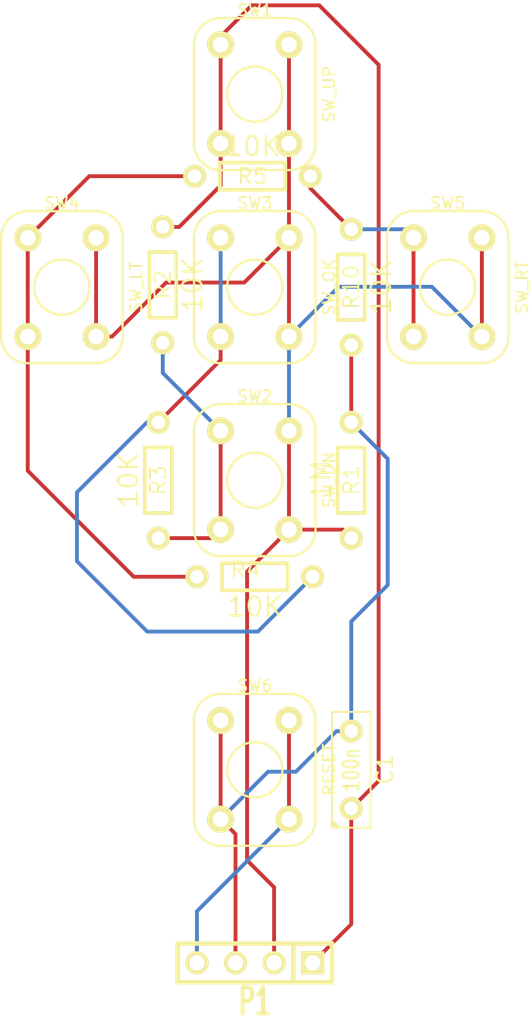
<source format=kicad_pcb>
(kicad_pcb (version 3) (host pcbnew "(2013-mar-13)-testing")

  (general
    (links 34)
    (no_connects 0)
    (area 186.169799 57.276999 221.488 124.4473)
    (thickness 1.6)
    (drawings 0)
    (tracks 73)
    (zones 0)
    (modules 14)
    (nets 9)
  )

  (page A4)
  (layers
    (15 F.Cu signal)
    (0 B.Cu signal)
    (16 B.Adhes user)
    (17 F.Adhes user)
    (18 B.Paste user)
    (19 F.Paste user)
    (20 B.SilkS user)
    (21 F.SilkS user)
    (22 B.Mask user)
    (23 F.Mask user)
    (24 Dwgs.User user)
    (25 Cmts.User user)
    (26 Eco1.User user)
    (27 Eco2.User user)
    (28 Edge.Cuts user)
  )

  (setup
    (last_trace_width 0.254)
    (trace_clearance 0.254)
    (zone_clearance 0.508)
    (zone_45_only no)
    (trace_min 0.254)
    (segment_width 0.2)
    (edge_width 0.1)
    (via_size 0.889)
    (via_drill 0.635)
    (via_min_size 0.889)
    (via_min_drill 0.508)
    (uvia_size 0.508)
    (uvia_drill 0.127)
    (uvias_allowed no)
    (uvia_min_size 0.508)
    (uvia_min_drill 0.127)
    (pcb_text_width 0.3)
    (pcb_text_size 1.5 1.5)
    (mod_edge_width 0.15)
    (mod_text_size 1 1)
    (mod_text_width 0.15)
    (pad_size 1.5 1.5)
    (pad_drill 0.6)
    (pad_to_mask_clearance 0)
    (aux_axis_origin 0 0)
    (visible_elements 7FFFFFFF)
    (pcbplotparams
      (layerselection 3178497)
      (usegerberextensions true)
      (excludeedgelayer true)
      (linewidth 0.150000)
      (plotframeref false)
      (viasonmask false)
      (mode 1)
      (useauxorigin false)
      (hpglpennumber 1)
      (hpglpenspeed 20)
      (hpglpendiameter 15)
      (hpglpenoverlay 2)
      (psnegative false)
      (psa4output false)
      (plotreference true)
      (plotvalue true)
      (plotothertext true)
      (plotinvisibletext false)
      (padsonsilk false)
      (subtractmaskfromsilk false)
      (outputformat 1)
      (mirror false)
      (drillshape 1)
      (scaleselection 1)
      (outputdirectory ""))
  )

  (net 0 "")
  (net 1 /PWR)
  (net 2 /RST)
  (net 3 /SW)
  (net 4 GND)
  (net 5 N-000001)
  (net 6 N-000002)
  (net 7 N-000003)
  (net 8 N-000004)

  (net_class Default "This is the default net class."
    (clearance 0.254)
    (trace_width 0.254)
    (via_dia 0.889)
    (via_drill 0.635)
    (uvia_dia 0.508)
    (uvia_drill 0.127)
    (add_net "")
    (add_net /PWR)
    (add_net /RST)
    (add_net /SW)
    (add_net GND)
    (add_net N-000001)
    (add_net N-000002)
    (add_net N-000003)
    (add_net N-000004)
  )

  (module C2 (layer F.Cu) (tedit 50DD7714) (tstamp 530747FA)
    (at 209.55 107.95 90)
    (descr "Condensateur = 2 pas")
    (tags C)
    (path /53063C03)
    (attr smd)
    (fp_text reference C1 (at 0 2.2098 90) (layer F.SilkS)
      (effects (font (size 1.016 1.016) (thickness 0.1524)))
    )
    (fp_text value 100n (at 0 0 90) (layer F.SilkS)
      (effects (font (size 1.016 0.762) (thickness 0.1524)))
    )
    (fp_line (start -3.81 -1.143) (end -3.683 -1.27) (layer F.SilkS) (width 0.127))
    (fp_line (start -3.81 -1.016) (end -3.556 -1.27) (layer F.SilkS) (width 0.127))
    (fp_line (start -3.81 -0.889) (end -3.429 -1.27) (layer F.SilkS) (width 0.127))
    (fp_line (start -3.302 -1.27) (end -3.81 -0.762) (layer F.SilkS) (width 0.127))
    (fp_line (start -3.81 0) (end -3.81 -1.27) (layer F.SilkS) (width 0.127))
    (fp_line (start -3.81 -1.27) (end 3.81 -1.27) (layer F.SilkS) (width 0.127))
    (fp_line (start 3.81 -1.27) (end 3.81 1.27) (layer F.SilkS) (width 0.127))
    (fp_line (start 3.81 1.27) (end -3.81 1.27) (layer F.SilkS) (width 0.127))
    (fp_line (start -3.81 1.27) (end -3.81 0) (layer F.SilkS) (width 0.127))
    (pad 2 thru_hole circle (at -2.54 0 90) (size 1.524 1.524) (drill 0.889)
      (layers *.Cu *.Mask F.SilkS)
      (net 1 /PWR)
    )
    (pad 1 thru_hole circle (at 2.54 0 90) (size 1.524 1.524) (drill 0.889)
      (layers *.Cu *.Mask F.SilkS)
      (net 4 GND)
    )
    (model "uControl_Libs/3D Modules/capa_2pas_5x5mm.wrl"
      (at (xyz 0 0 0))
      (scale (xyz 1 1 1))
      (rotate (xyz 0 0 0))
    )
  )

  (module SIL-4 (layer F.Cu) (tedit 50D8369E) (tstamp 53063CAE)
    (at 203.2 120.65 180)
    (descr "Connecteur 4 pibs")
    (tags "CONN DEV")
    (path /53040325)
    (attr smd)
    (fp_text reference P1 (at 0 -2.54 180) (layer F.SilkS)
      (effects (font (size 1.73482 1.08712) (thickness 0.27178)))
    )
    (fp_text value Buttons (at 0 -2.54 180) (layer F.SilkS) hide
      (effects (font (size 1.524 1.016) (thickness 0.254)))
    )
    (fp_line (start -5.08 -1.27) (end -5.08 -1.27) (layer F.SilkS) (width 0.3048))
    (fp_line (start -5.08 1.27) (end -5.08 -1.27) (layer F.SilkS) (width 0.3048))
    (fp_line (start -5.08 -1.27) (end -5.08 -1.27) (layer F.SilkS) (width 0.3048))
    (fp_line (start -5.08 -1.27) (end 5.08 -1.27) (layer F.SilkS) (width 0.3048))
    (fp_line (start 5.08 -1.27) (end 5.08 1.27) (layer F.SilkS) (width 0.3048))
    (fp_line (start 5.08 1.27) (end -5.08 1.27) (layer F.SilkS) (width 0.3048))
    (fp_line (start -2.54 1.27) (end -2.54 -1.27) (layer F.SilkS) (width 0.3048))
    (pad 1 thru_hole rect (at -3.81 0 180) (size 1.524 1.524) (drill 1.016)
      (layers *.Cu *.Mask F.SilkS)
      (net 1 /PWR)
    )
    (pad 2 thru_hole circle (at -1.27 0 180) (size 1.524 1.524) (drill 1.016)
      (layers *.Cu *.Mask F.SilkS)
      (net 3 /SW)
    )
    (pad 3 thru_hole circle (at 1.27 0 180) (size 1.524 1.524) (drill 1.016)
      (layers *.Cu *.Mask F.SilkS)
      (net 4 GND)
    )
    (pad 4 thru_hole circle (at 3.81 0 180) (size 1.524 1.524) (drill 1.016)
      (layers *.Cu *.Mask F.SilkS)
      (net 2 /RST)
    )
    (model "uControl_Libs/3D Modules/pin_strip_4.wrl"
      (at (xyz 0 0 0))
      (scale (xyz 1 1 1))
      (rotate (xyz 0 0 0))
    )
  )

  (module RC03 (layer F.Cu) (tedit 5307410E) (tstamp 5306DEF9)
    (at 209.55 88.9 270)
    (descr "Resistor, RC03")
    (tags R)
    (path /5303F9C3)
    (autoplace_cost180 10)
    (fp_text reference R1 (at 0 0 450) (layer F.SilkS)
      (effects (font (size 1.016 1.016) (thickness 0.127)))
    )
    (fp_text value 1M (at 0 1.9685 270) (layer F.SilkS)
      (effects (font (size 1.27 1.27) (thickness 0.1524)))
    )
    (fp_line (start -2.159 -0.889) (end -2.159 0.889) (layer F.SilkS) (width 0.254))
    (fp_line (start -2.159 0.889) (end 2.159 0.889) (layer F.SilkS) (width 0.254))
    (fp_line (start 2.159 0.889) (end 2.159 -0.889) (layer F.SilkS) (width 0.254))
    (fp_line (start 2.159 -0.889) (end -2.159 -0.889) (layer F.SilkS) (width 0.254))
    (pad 2 thru_hole circle (at -3.81 0 270) (size 1.524 1.524) (drill 0.889)
      (layers *.Cu *.Mask F.SilkS)
      (net 4 GND)
    )
    (pad 1 thru_hole circle (at 3.81 0 270) (size 1.524 1.524) (drill 0.889)
      (layers *.Cu *.Mask F.SilkS)
      (net 3 /SW)
    )
    (model "uControl_Libs/3D Modules/rc03.wrl"
      (at (xyz 0 0 0))
      (scale (xyz 1 1 1))
      (rotate (xyz 0 0 0))
    )
  )

  (module RC03 (layer F.Cu) (tedit 530740E8) (tstamp 53063CC5)
    (at 197.1421 76.0476 90)
    (descr "Resistor, RC03")
    (tags R)
    (path /5304004E)
    (autoplace_cost180 10)
    (fp_text reference R2 (at 0 0 270) (layer F.SilkS)
      (effects (font (size 1.016 1.016) (thickness 0.127)))
    )
    (fp_text value 10K (at 0 1.9685 90) (layer F.SilkS)
      (effects (font (size 1.27 1.27) (thickness 0.1524)))
    )
    (fp_line (start -2.159 -0.889) (end -2.159 0.889) (layer F.SilkS) (width 0.254))
    (fp_line (start -2.159 0.889) (end 2.159 0.889) (layer F.SilkS) (width 0.254))
    (fp_line (start 2.159 0.889) (end 2.159 -0.889) (layer F.SilkS) (width 0.254))
    (fp_line (start 2.159 -0.889) (end -2.159 -0.889) (layer F.SilkS) (width 0.254))
    (pad 2 thru_hole circle (at -3.81 0 90) (size 1.524 1.524) (drill 0.889)
      (layers *.Cu *.Mask F.SilkS)
      (net 8 N-000004)
    )
    (pad 1 thru_hole circle (at 3.81 0 90) (size 1.524 1.524) (drill 0.889)
      (layers *.Cu *.Mask F.SilkS)
      (net 1 /PWR)
    )
    (model "uControl_Libs/3D Modules/rc03.wrl"
      (at (xyz 0 0 0))
      (scale (xyz 1 1 1))
      (rotate (xyz 0 0 0))
    )
  )

  (module RC03 (layer F.Cu) (tedit 50E28383) (tstamp 53063CCE)
    (at 196.85 88.9 270)
    (descr "Resistor, RC03")
    (tags R)
    (path /53040045)
    (autoplace_cost180 10)
    (fp_text reference R3 (at 0 0 270) (layer F.SilkS)
      (effects (font (size 1.016 1.016) (thickness 0.127)))
    )
    (fp_text value 10K (at 0 1.9685 270) (layer F.SilkS)
      (effects (font (size 1.27 1.27) (thickness 0.1524)))
    )
    (fp_line (start -2.159 -0.889) (end -2.159 0.889) (layer F.SilkS) (width 0.254))
    (fp_line (start -2.159 0.889) (end 2.159 0.889) (layer F.SilkS) (width 0.254))
    (fp_line (start 2.159 0.889) (end 2.159 -0.889) (layer F.SilkS) (width 0.254))
    (fp_line (start 2.159 -0.889) (end -2.159 -0.889) (layer F.SilkS) (width 0.254))
    (pad 2 thru_hole circle (at -3.81 0 270) (size 1.524 1.524) (drill 0.889)
      (layers *.Cu *.Mask F.SilkS)
      (net 7 N-000003)
    )
    (pad 1 thru_hole circle (at 3.81 0 270) (size 1.524 1.524) (drill 0.889)
      (layers *.Cu *.Mask F.SilkS)
      (net 8 N-000004)
    )
    (model "uControl_Libs/3D Modules/rc03.wrl"
      (at (xyz 0 0 0))
      (scale (xyz 1 1 1))
      (rotate (xyz 0 0 0))
    )
  )

  (module RC03 (layer F.Cu) (tedit 5306DD60) (tstamp 530742A3)
    (at 203.2 95.25)
    (descr "Resistor, RC03")
    (tags R)
    (path /5304003A)
    (autoplace_cost180 10)
    (fp_text reference R4 (at -0.6096 -0.4572) (layer F.SilkS)
      (effects (font (size 1.016 1.016) (thickness 0.127)))
    )
    (fp_text value 10K (at 0 1.9685) (layer F.SilkS)
      (effects (font (size 1.27 1.27) (thickness 0.1524)))
    )
    (fp_line (start -2.159 -0.889) (end -2.159 0.889) (layer F.SilkS) (width 0.254))
    (fp_line (start -2.159 0.889) (end 2.159 0.889) (layer F.SilkS) (width 0.254))
    (fp_line (start 2.159 0.889) (end 2.159 -0.889) (layer F.SilkS) (width 0.254))
    (fp_line (start 2.159 -0.889) (end -2.159 -0.889) (layer F.SilkS) (width 0.254))
    (pad 2 thru_hole circle (at -3.81 0) (size 1.524 1.524) (drill 0.889)
      (layers *.Cu *.Mask F.SilkS)
      (net 6 N-000002)
    )
    (pad 1 thru_hole circle (at 3.81 0) (size 1.524 1.524) (drill 0.889)
      (layers *.Cu *.Mask F.SilkS)
      (net 7 N-000003)
    )
    (model "uControl_Libs/3D Modules/rc03.wrl"
      (at (xyz 0 0 0))
      (scale (xyz 1 1 1))
      (rotate (xyz 0 0 0))
    )
  )

  (module RC03 (layer F.Cu) (tedit 50E28383) (tstamp 53063CE0)
    (at 203.0476 68.8975 180)
    (descr "Resistor, RC03")
    (tags R)
    (path /53040032)
    (autoplace_cost180 10)
    (fp_text reference R5 (at 0 0 180) (layer F.SilkS)
      (effects (font (size 1.016 1.016) (thickness 0.127)))
    )
    (fp_text value 10K (at 0 1.9685 180) (layer F.SilkS)
      (effects (font (size 1.27 1.27) (thickness 0.1524)))
    )
    (fp_line (start -2.159 -0.889) (end -2.159 0.889) (layer F.SilkS) (width 0.254))
    (fp_line (start -2.159 0.889) (end 2.159 0.889) (layer F.SilkS) (width 0.254))
    (fp_line (start 2.159 0.889) (end 2.159 -0.889) (layer F.SilkS) (width 0.254))
    (fp_line (start 2.159 -0.889) (end -2.159 -0.889) (layer F.SilkS) (width 0.254))
    (pad 2 thru_hole circle (at -3.81 0 180) (size 1.524 1.524) (drill 0.889)
      (layers *.Cu *.Mask F.SilkS)
      (net 5 N-000001)
    )
    (pad 1 thru_hole circle (at 3.81 0 180) (size 1.524 1.524) (drill 0.889)
      (layers *.Cu *.Mask F.SilkS)
      (net 6 N-000002)
    )
    (model "uControl_Libs/3D Modules/rc03.wrl"
      (at (xyz 0 0 0))
      (scale (xyz 1 1 1))
      (rotate (xyz 0 0 0))
    )
  )

  (module RC03 (layer F.Cu) (tedit 50E28383) (tstamp 53063CE9)
    (at 209.55 76.2 90)
    (descr "Resistor, RC03")
    (tags R)
    (path /5303FB7E)
    (autoplace_cost180 10)
    (fp_text reference R10 (at 0 0 90) (layer F.SilkS)
      (effects (font (size 1.016 1.016) (thickness 0.127)))
    )
    (fp_text value 10K (at 0 1.9685 90) (layer F.SilkS)
      (effects (font (size 1.27 1.27) (thickness 0.1524)))
    )
    (fp_line (start -2.159 -0.889) (end -2.159 0.889) (layer F.SilkS) (width 0.254))
    (fp_line (start -2.159 0.889) (end 2.159 0.889) (layer F.SilkS) (width 0.254))
    (fp_line (start 2.159 0.889) (end 2.159 -0.889) (layer F.SilkS) (width 0.254))
    (fp_line (start 2.159 -0.889) (end -2.159 -0.889) (layer F.SilkS) (width 0.254))
    (pad 2 thru_hole circle (at -3.81 0 90) (size 1.524 1.524) (drill 0.889)
      (layers *.Cu *.Mask F.SilkS)
      (net 4 GND)
    )
    (pad 1 thru_hole circle (at 3.81 0 90) (size 1.524 1.524) (drill 0.889)
      (layers *.Cu *.Mask F.SilkS)
      (net 5 N-000001)
    )
    (model "uControl_Libs/3D Modules/rc03.wrl"
      (at (xyz 0 0 0))
      (scale (xyz 1 1 1))
      (rotate (xyz 0 0 0))
    )
  )

  (module SW-PB (layer F.Cu) (tedit 52933384) (tstamp 53063CF2)
    (at 203.2 63.5)
    (descr "PCB pushbutton, Tyco FSM6x6 series")
    (tags pushbutton)
    (path /5303F58A)
    (fp_text reference SW1 (at 0 -5.5245) (layer F.SilkS)
      (effects (font (size 0.762 0.762) (thickness 0.127)))
    )
    (fp_text value SW_UP (at 4.8895 0 90) (layer F.SilkS)
      (effects (font (size 0.762 0.762) (thickness 0.127)))
    )
    (fp_arc (start -2.25 3.25) (end -2.25 5) (angle 90) (layer F.SilkS) (width 0.1524))
    (fp_line (start 2.25 5) (end -2.25 5) (layer F.SilkS) (width 0.1524))
    (fp_arc (start 2.25 3.25) (end 4 3.25) (angle 90) (layer F.SilkS) (width 0.1524))
    (fp_line (start 4 -3.25) (end 4 3.25) (layer F.SilkS) (width 0.1524))
    (fp_line (start -2.25 -5) (end 2.25 -5) (layer F.SilkS) (width 0.1524))
    (fp_line (start -4 3.25) (end -4 -3.25) (layer F.SilkS) (width 0.1524))
    (fp_arc (start -2.25 -3.25) (end -4 -3.25) (angle 90) (layer F.SilkS) (width 0.1524))
    (fp_arc (start 2.25 -3.25) (end 2.25 -5) (angle 90) (layer F.SilkS) (width 0.1524))
    (fp_circle (center 0 0) (end -1.8161 0) (layer F.SilkS) (width 0.1524))
    (pad 1 thru_hole circle (at -2.25 -3.25) (size 1.778 1.778) (drill 1.016)
      (layers *.Cu *.Mask F.SilkS)
      (net 1 /PWR)
    )
    (pad 2 thru_hole circle (at 2.25 3.25) (size 1.778 1.778) (drill 1.016)
      (layers *.Cu *.Mask F.SilkS)
      (net 3 /SW)
    )
    (pad 2 thru_hole circle (at 2.25 -3.25) (size 1.778 1.778) (drill 1.016)
      (layers *.Cu *.Mask F.SilkS)
      (net 3 /SW)
    )
    (pad 1 thru_hole circle (at -2.25 3.25) (size 1.778 1.778) (drill 1.016)
      (layers *.Cu *.Mask F.SilkS)
      (net 1 /PWR)
    )
    (model "TiNA-libs/3D Modules/pcb_push.wrl"
      (at (xyz 0 0 0))
      (scale (xyz 1 1 1))
      (rotate (xyz 0 0 0))
    )
  )

  (module SW-PB (layer F.Cu) (tedit 52933384) (tstamp 53063D02)
    (at 203.2 88.9)
    (descr "PCB pushbutton, Tyco FSM6x6 series")
    (tags pushbutton)
    (path /5303F7D6)
    (fp_text reference SW2 (at 0 -5.5245) (layer F.SilkS)
      (effects (font (size 0.762 0.762) (thickness 0.127)))
    )
    (fp_text value SW_DN (at 4.8895 0 90) (layer F.SilkS)
      (effects (font (size 0.762 0.762) (thickness 0.127)))
    )
    (fp_arc (start -2.25 3.25) (end -2.25 5) (angle 90) (layer F.SilkS) (width 0.1524))
    (fp_line (start 2.25 5) (end -2.25 5) (layer F.SilkS) (width 0.1524))
    (fp_arc (start 2.25 3.25) (end 4 3.25) (angle 90) (layer F.SilkS) (width 0.1524))
    (fp_line (start 4 -3.25) (end 4 3.25) (layer F.SilkS) (width 0.1524))
    (fp_line (start -2.25 -5) (end 2.25 -5) (layer F.SilkS) (width 0.1524))
    (fp_line (start -4 3.25) (end -4 -3.25) (layer F.SilkS) (width 0.1524))
    (fp_arc (start -2.25 -3.25) (end -4 -3.25) (angle 90) (layer F.SilkS) (width 0.1524))
    (fp_arc (start 2.25 -3.25) (end 2.25 -5) (angle 90) (layer F.SilkS) (width 0.1524))
    (fp_circle (center 0 0) (end -1.8161 0) (layer F.SilkS) (width 0.1524))
    (pad 1 thru_hole circle (at -2.25 -3.25) (size 1.778 1.778) (drill 1.016)
      (layers *.Cu *.Mask F.SilkS)
      (net 8 N-000004)
    )
    (pad 2 thru_hole circle (at 2.25 3.25) (size 1.778 1.778) (drill 1.016)
      (layers *.Cu *.Mask F.SilkS)
      (net 3 /SW)
    )
    (pad 2 thru_hole circle (at 2.25 -3.25) (size 1.778 1.778) (drill 1.016)
      (layers *.Cu *.Mask F.SilkS)
      (net 3 /SW)
    )
    (pad 1 thru_hole circle (at -2.25 3.25) (size 1.778 1.778) (drill 1.016)
      (layers *.Cu *.Mask F.SilkS)
      (net 8 N-000004)
    )
    (model "TiNA-libs/3D Modules/pcb_push.wrl"
      (at (xyz 0 0 0))
      (scale (xyz 1 1 1))
      (rotate (xyz 0 0 0))
    )
  )

  (module SW-PB (layer F.Cu) (tedit 52933384) (tstamp 53063D12)
    (at 203.2 76.2)
    (descr "PCB pushbutton, Tyco FSM6x6 series")
    (tags pushbutton)
    (path /5303F7F8)
    (fp_text reference SW3 (at 0 -5.5245) (layer F.SilkS)
      (effects (font (size 0.762 0.762) (thickness 0.127)))
    )
    (fp_text value SW_OK (at 4.8895 0 90) (layer F.SilkS)
      (effects (font (size 0.762 0.762) (thickness 0.127)))
    )
    (fp_arc (start -2.25 3.25) (end -2.25 5) (angle 90) (layer F.SilkS) (width 0.1524))
    (fp_line (start 2.25 5) (end -2.25 5) (layer F.SilkS) (width 0.1524))
    (fp_arc (start 2.25 3.25) (end 4 3.25) (angle 90) (layer F.SilkS) (width 0.1524))
    (fp_line (start 4 -3.25) (end 4 3.25) (layer F.SilkS) (width 0.1524))
    (fp_line (start -2.25 -5) (end 2.25 -5) (layer F.SilkS) (width 0.1524))
    (fp_line (start -4 3.25) (end -4 -3.25) (layer F.SilkS) (width 0.1524))
    (fp_arc (start -2.25 -3.25) (end -4 -3.25) (angle 90) (layer F.SilkS) (width 0.1524))
    (fp_arc (start 2.25 -3.25) (end 2.25 -5) (angle 90) (layer F.SilkS) (width 0.1524))
    (fp_circle (center 0 0) (end -1.8161 0) (layer F.SilkS) (width 0.1524))
    (pad 1 thru_hole circle (at -2.25 -3.25) (size 1.778 1.778) (drill 1.016)
      (layers *.Cu *.Mask F.SilkS)
      (net 7 N-000003)
    )
    (pad 2 thru_hole circle (at 2.25 3.25) (size 1.778 1.778) (drill 1.016)
      (layers *.Cu *.Mask F.SilkS)
      (net 3 /SW)
    )
    (pad 2 thru_hole circle (at 2.25 -3.25) (size 1.778 1.778) (drill 1.016)
      (layers *.Cu *.Mask F.SilkS)
      (net 3 /SW)
    )
    (pad 1 thru_hole circle (at -2.25 3.25) (size 1.778 1.778) (drill 1.016)
      (layers *.Cu *.Mask F.SilkS)
      (net 7 N-000003)
    )
    (model "TiNA-libs/3D Modules/pcb_push.wrl"
      (at (xyz 0 0 0))
      (scale (xyz 1 1 1))
      (rotate (xyz 0 0 0))
    )
  )

  (module SW-PB (layer F.Cu) (tedit 52933384) (tstamp 53063D22)
    (at 190.5 76.2)
    (descr "PCB pushbutton, Tyco FSM6x6 series")
    (tags pushbutton)
    (path /5303F804)
    (fp_text reference SW4 (at 0 -5.5245) (layer F.SilkS)
      (effects (font (size 0.762 0.762) (thickness 0.127)))
    )
    (fp_text value SW_LT (at 4.8895 0 90) (layer F.SilkS)
      (effects (font (size 0.762 0.762) (thickness 0.127)))
    )
    (fp_arc (start -2.25 3.25) (end -2.25 5) (angle 90) (layer F.SilkS) (width 0.1524))
    (fp_line (start 2.25 5) (end -2.25 5) (layer F.SilkS) (width 0.1524))
    (fp_arc (start 2.25 3.25) (end 4 3.25) (angle 90) (layer F.SilkS) (width 0.1524))
    (fp_line (start 4 -3.25) (end 4 3.25) (layer F.SilkS) (width 0.1524))
    (fp_line (start -2.25 -5) (end 2.25 -5) (layer F.SilkS) (width 0.1524))
    (fp_line (start -4 3.25) (end -4 -3.25) (layer F.SilkS) (width 0.1524))
    (fp_arc (start -2.25 -3.25) (end -4 -3.25) (angle 90) (layer F.SilkS) (width 0.1524))
    (fp_arc (start 2.25 -3.25) (end 2.25 -5) (angle 90) (layer F.SilkS) (width 0.1524))
    (fp_circle (center 0 0) (end -1.8161 0) (layer F.SilkS) (width 0.1524))
    (pad 1 thru_hole circle (at -2.25 -3.25) (size 1.778 1.778) (drill 1.016)
      (layers *.Cu *.Mask F.SilkS)
      (net 6 N-000002)
    )
    (pad 2 thru_hole circle (at 2.25 3.25) (size 1.778 1.778) (drill 1.016)
      (layers *.Cu *.Mask F.SilkS)
      (net 3 /SW)
    )
    (pad 2 thru_hole circle (at 2.25 -3.25) (size 1.778 1.778) (drill 1.016)
      (layers *.Cu *.Mask F.SilkS)
      (net 3 /SW)
    )
    (pad 1 thru_hole circle (at -2.25 3.25) (size 1.778 1.778) (drill 1.016)
      (layers *.Cu *.Mask F.SilkS)
      (net 6 N-000002)
    )
    (model "TiNA-libs/3D Modules/pcb_push.wrl"
      (at (xyz 0 0 0))
      (scale (xyz 1 1 1))
      (rotate (xyz 0 0 0))
    )
  )

  (module SW-PB (layer F.Cu) (tedit 52933384) (tstamp 53063D32)
    (at 215.9 76.2)
    (descr "PCB pushbutton, Tyco FSM6x6 series")
    (tags pushbutton)
    (path /5303F810)
    (fp_text reference SW5 (at 0 -5.5245) (layer F.SilkS)
      (effects (font (size 0.762 0.762) (thickness 0.127)))
    )
    (fp_text value SW_RT (at 4.8895 0 90) (layer F.SilkS)
      (effects (font (size 0.762 0.762) (thickness 0.127)))
    )
    (fp_arc (start -2.25 3.25) (end -2.25 5) (angle 90) (layer F.SilkS) (width 0.1524))
    (fp_line (start 2.25 5) (end -2.25 5) (layer F.SilkS) (width 0.1524))
    (fp_arc (start 2.25 3.25) (end 4 3.25) (angle 90) (layer F.SilkS) (width 0.1524))
    (fp_line (start 4 -3.25) (end 4 3.25) (layer F.SilkS) (width 0.1524))
    (fp_line (start -2.25 -5) (end 2.25 -5) (layer F.SilkS) (width 0.1524))
    (fp_line (start -4 3.25) (end -4 -3.25) (layer F.SilkS) (width 0.1524))
    (fp_arc (start -2.25 -3.25) (end -4 -3.25) (angle 90) (layer F.SilkS) (width 0.1524))
    (fp_arc (start 2.25 -3.25) (end 2.25 -5) (angle 90) (layer F.SilkS) (width 0.1524))
    (fp_circle (center 0 0) (end -1.8161 0) (layer F.SilkS) (width 0.1524))
    (pad 1 thru_hole circle (at -2.25 -3.25) (size 1.778 1.778) (drill 1.016)
      (layers *.Cu *.Mask F.SilkS)
      (net 5 N-000001)
    )
    (pad 2 thru_hole circle (at 2.25 3.25) (size 1.778 1.778) (drill 1.016)
      (layers *.Cu *.Mask F.SilkS)
      (net 3 /SW)
    )
    (pad 2 thru_hole circle (at 2.25 -3.25) (size 1.778 1.778) (drill 1.016)
      (layers *.Cu *.Mask F.SilkS)
      (net 3 /SW)
    )
    (pad 1 thru_hole circle (at -2.25 3.25) (size 1.778 1.778) (drill 1.016)
      (layers *.Cu *.Mask F.SilkS)
      (net 5 N-000001)
    )
    (model "TiNA-libs/3D Modules/pcb_push.wrl"
      (at (xyz 0 0 0))
      (scale (xyz 1 1 1))
      (rotate (xyz 0 0 0))
    )
  )

  (module SW-PB (layer F.Cu) (tedit 52933384) (tstamp 530747EA)
    (at 203.2 107.95)
    (descr "PCB pushbutton, Tyco FSM6x6 series")
    (tags pushbutton)
    (path /53040466)
    (fp_text reference SW6 (at 0 -5.5245) (layer F.SilkS)
      (effects (font (size 0.762 0.762) (thickness 0.127)))
    )
    (fp_text value RESET (at 4.8895 0 90) (layer F.SilkS)
      (effects (font (size 0.762 0.762) (thickness 0.127)))
    )
    (fp_arc (start -2.25 3.25) (end -2.25 5) (angle 90) (layer F.SilkS) (width 0.1524))
    (fp_line (start 2.25 5) (end -2.25 5) (layer F.SilkS) (width 0.1524))
    (fp_arc (start 2.25 3.25) (end 4 3.25) (angle 90) (layer F.SilkS) (width 0.1524))
    (fp_line (start 4 -3.25) (end 4 3.25) (layer F.SilkS) (width 0.1524))
    (fp_line (start -2.25 -5) (end 2.25 -5) (layer F.SilkS) (width 0.1524))
    (fp_line (start -4 3.25) (end -4 -3.25) (layer F.SilkS) (width 0.1524))
    (fp_arc (start -2.25 -3.25) (end -4 -3.25) (angle 90) (layer F.SilkS) (width 0.1524))
    (fp_arc (start 2.25 -3.25) (end 2.25 -5) (angle 90) (layer F.SilkS) (width 0.1524))
    (fp_circle (center 0 0) (end -1.8161 0) (layer F.SilkS) (width 0.1524))
    (pad 1 thru_hole circle (at -2.25 -3.25) (size 1.778 1.778) (drill 1.016)
      (layers *.Cu *.Mask F.SilkS)
      (net 4 GND)
    )
    (pad 2 thru_hole circle (at 2.25 3.25) (size 1.778 1.778) (drill 1.016)
      (layers *.Cu *.Mask F.SilkS)
      (net 2 /RST)
    )
    (pad 2 thru_hole circle (at 2.25 -3.25) (size 1.778 1.778) (drill 1.016)
      (layers *.Cu *.Mask F.SilkS)
      (net 2 /RST)
    )
    (pad 1 thru_hole circle (at -2.25 3.25) (size 1.778 1.778) (drill 1.016)
      (layers *.Cu *.Mask F.SilkS)
      (net 4 GND)
    )
    (model "TiNA-libs/3D Modules/pcb_push.wrl"
      (at (xyz 0 0 0))
      (scale (xyz 1 1 1))
      (rotate (xyz 0 0 0))
    )
  )

  (segment (start 200.95 60.25) (end 200.95 66.75) (width 0.254) (layer F.Cu) (net 1))
  (segment (start 197.1421 72.2376) (end 198.2216 72.2376) (width 0.254) (layer F.Cu) (net 1))
  (segment (start 198.2216 72.2376) (end 200.95 69.5092) (width 0.254) (layer F.Cu) (net 1) (tstamp 53074A1C))
  (segment (start 200.95 69.5092) (end 200.95 66.75) (width 0.254) (layer F.Cu) (net 1) (tstamp 53074A26))
  (segment (start 200.95 60.25) (end 200.95 59.7048) (width 0.254) (layer F.Cu) (net 1))
  (segment (start 211.3534 108.6866) (end 209.55 110.49) (width 0.254) (layer F.Cu) (net 1) (tstamp 5307499F))
  (segment (start 211.3534 61.5696) (end 211.3534 108.6866) (width 0.254) (layer F.Cu) (net 1) (tstamp 53074990))
  (segment (start 207.4418 57.658) (end 211.3534 61.5696) (width 0.254) (layer F.Cu) (net 1) (tstamp 5307498B))
  (segment (start 202.9968 57.658) (end 207.4418 57.658) (width 0.254) (layer F.Cu) (net 1) (tstamp 53074986))
  (segment (start 200.95 59.7048) (end 202.9968 57.658) (width 0.254) (layer F.Cu) (net 1) (tstamp 5307497E))
  (segment (start 209.55 110.49) (end 209.55 118.11) (width 0.254) (layer F.Cu) (net 1))
  (segment (start 209.55 118.11) (end 207.01 120.65) (width 0.254) (layer F.Cu) (net 1) (tstamp 53074908))
  (segment (start 205.45 104.7) (end 205.45 111.2) (width 0.254) (layer F.Cu) (net 2))
  (segment (start 199.39 120.65) (end 199.39 117.26) (width 0.254) (layer B.Cu) (net 2))
  (segment (start 199.39 117.26) (end 205.45 111.2) (width 0.254) (layer B.Cu) (net 2) (tstamp 53074916))
  (segment (start 205.45 85.65) (end 205.45 92.15) (width 0.254) (layer F.Cu) (net 3))
  (segment (start 205.45 60.25) (end 205.45 66.75) (width 0.254) (layer F.Cu) (net 3))
  (segment (start 192.75 72.95) (end 192.75 79.45) (width 0.254) (layer F.Cu) (net 3))
  (segment (start 205.45 72.95) (end 205.45 79.45) (width 0.254) (layer F.Cu) (net 3))
  (segment (start 218.15 72.95) (end 218.15 79.45) (width 0.254) (layer F.Cu) (net 3))
  (segment (start 205.45 66.75) (end 205.45 72.95) (width 0.254) (layer F.Cu) (net 3))
  (segment (start 205.45 85.65) (end 205.45 79.45) (width 0.254) (layer B.Cu) (net 3))
  (segment (start 218.15 79.45) (end 218.134 79.45) (width 0.254) (layer B.Cu) (net 3))
  (segment (start 218.134 79.45) (end 214.8586 76.1746) (width 0.254) (layer B.Cu) (net 3) (tstamp 53074A6D))
  (segment (start 214.8586 76.1746) (end 208.7254 76.1746) (width 0.254) (layer B.Cu) (net 3) (tstamp 53074A6E))
  (segment (start 208.7254 76.1746) (end 205.45 79.45) (width 0.254) (layer B.Cu) (net 3) (tstamp 53074A72))
  (segment (start 192.75 79.45) (end 193.8032 79.45) (width 0.254) (layer F.Cu) (net 3))
  (segment (start 202.5048 75.8952) (end 205.45 72.95) (width 0.254) (layer F.Cu) (net 3) (tstamp 53074A39))
  (segment (start 197.358 75.8952) (end 202.5048 75.8952) (width 0.254) (layer F.Cu) (net 3) (tstamp 53074A33))
  (segment (start 193.8032 79.45) (end 197.358 75.8952) (width 0.254) (layer F.Cu) (net 3) (tstamp 53074A2D))
  (segment (start 205.45 92.15) (end 208.99 92.15) (width 0.254) (layer F.Cu) (net 3))
  (segment (start 208.99 92.15) (end 209.55 92.71) (width 0.254) (layer F.Cu) (net 3) (tstamp 530748FC))
  (segment (start 204.47 120.65) (end 204.47 115.6843) (width 0.254) (layer F.Cu) (net 3))
  (segment (start 204.47 115.6843) (end 202.692 113.9063) (width 0.254) (layer F.Cu) (net 3) (tstamp 530748E4))
  (segment (start 202.692 113.9063) (end 202.692 94.908) (width 0.254) (layer F.Cu) (net 3) (tstamp 530748EC))
  (segment (start 202.692 94.908) (end 205.45 92.15) (width 0.254) (layer F.Cu) (net 3) (tstamp 530748F1))
  (segment (start 200.95 104.7) (end 200.95 111.2) (width 0.254) (layer F.Cu) (net 4))
  (segment (start 209.55 85.09) (end 209.55 80.01) (width 0.254) (layer F.Cu) (net 4))
  (segment (start 209.55 105.41) (end 209.55 98.1964) (width 0.254) (layer B.Cu) (net 4))
  (segment (start 211.9503 87.4903) (end 209.55 85.09) (width 0.254) (layer B.Cu) (net 4) (tstamp 530749D9))
  (segment (start 211.9503 95.7961) (end 211.9503 87.4903) (width 0.254) (layer B.Cu) (net 4) (tstamp 530749CC))
  (segment (start 209.55 98.1964) (end 211.9503 95.7961) (width 0.254) (layer B.Cu) (net 4) (tstamp 530749C9))
  (segment (start 209.55 105.41) (end 208.5721 105.41) (width 0.254) (layer B.Cu) (net 4))
  (segment (start 204.073 108.077) (end 200.95 111.2) (width 0.254) (layer B.Cu) (net 4) (tstamp 53074931))
  (segment (start 205.9051 108.077) (end 204.073 108.077) (width 0.254) (layer B.Cu) (net 4) (tstamp 53074929))
  (segment (start 208.5721 105.41) (end 205.9051 108.077) (width 0.254) (layer B.Cu) (net 4) (tstamp 53074927))
  (segment (start 201.93 120.65) (end 201.93 112.18) (width 0.254) (layer F.Cu) (net 4))
  (segment (start 201.93 112.18) (end 200.95 111.2) (width 0.254) (layer F.Cu) (net 4) (tstamp 530748C9))
  (segment (start 213.65 79.45) (end 213.65 72.95) (width 0.254) (layer F.Cu) (net 5))
  (segment (start 209.55 72.39) (end 213.09 72.39) (width 0.254) (layer B.Cu) (net 5))
  (segment (start 213.09 72.39) (end 213.65 72.95) (width 0.254) (layer B.Cu) (net 5) (tstamp 53074B15))
  (segment (start 206.8576 68.8975) (end 206.8576 69.6976) (width 0.254) (layer F.Cu) (net 5))
  (segment (start 206.8576 69.6976) (end 209.55 72.39) (width 0.254) (layer F.Cu) (net 5) (tstamp 53074A0B))
  (segment (start 188.25 72.95) (end 188.25 79.45) (width 0.254) (layer F.Cu) (net 6))
  (segment (start 199.2376 68.8975) (end 192.3025 68.8975) (width 0.254) (layer F.Cu) (net 6))
  (segment (start 192.3025 68.8975) (end 188.25 72.95) (width 0.254) (layer F.Cu) (net 6) (tstamp 53074A04))
  (segment (start 199.39 95.25) (end 195.2244 95.25) (width 0.254) (layer F.Cu) (net 6))
  (segment (start 195.2244 95.25) (end 188.25 88.2756) (width 0.254) (layer F.Cu) (net 6) (tstamp 530749F2))
  (segment (start 188.25 88.2756) (end 188.25 79.45) (width 0.254) (layer F.Cu) (net 6) (tstamp 530749FC))
  (segment (start 200.95 72.95) (end 200.95 79.45) (width 0.254) (layer B.Cu) (net 7))
  (segment (start 196.85 85.09) (end 196.1007 85.09) (width 0.254) (layer B.Cu) (net 7))
  (segment (start 203.4032 98.8568) (end 207.01 95.25) (width 0.254) (layer B.Cu) (net 7) (tstamp 53074AB9))
  (segment (start 196.1134 98.8568) (end 203.4032 98.8568) (width 0.254) (layer B.Cu) (net 7) (tstamp 53074AB4))
  (segment (start 191.4906 94.234) (end 196.1134 98.8568) (width 0.254) (layer B.Cu) (net 7) (tstamp 53074AB0))
  (segment (start 191.4906 89.7001) (end 191.4906 94.234) (width 0.254) (layer B.Cu) (net 7) (tstamp 53074AA8))
  (segment (start 196.1007 85.09) (end 191.4906 89.7001) (width 0.254) (layer B.Cu) (net 7) (tstamp 53074A9C))
  (segment (start 200.95 79.45) (end 200.95 80.99) (width 0.254) (layer F.Cu) (net 7))
  (segment (start 200.95 80.99) (end 196.85 85.09) (width 0.254) (layer F.Cu) (net 7) (tstamp 53074A85))
  (segment (start 200.95 85.65) (end 200.95 92.15) (width 0.254) (layer F.Cu) (net 8))
  (segment (start 197.1421 79.8576) (end 197.1421 81.8421) (width 0.254) (layer B.Cu) (net 8))
  (segment (start 197.1421 81.8421) (end 200.95 85.65) (width 0.254) (layer B.Cu) (net 8) (tstamp 53074A7B))
  (segment (start 196.85 92.71) (end 200.39 92.71) (width 0.254) (layer F.Cu) (net 8))
  (segment (start 200.39 92.71) (end 200.95 92.15) (width 0.254) (layer F.Cu) (net 8) (tstamp 530749ED))

)

</source>
